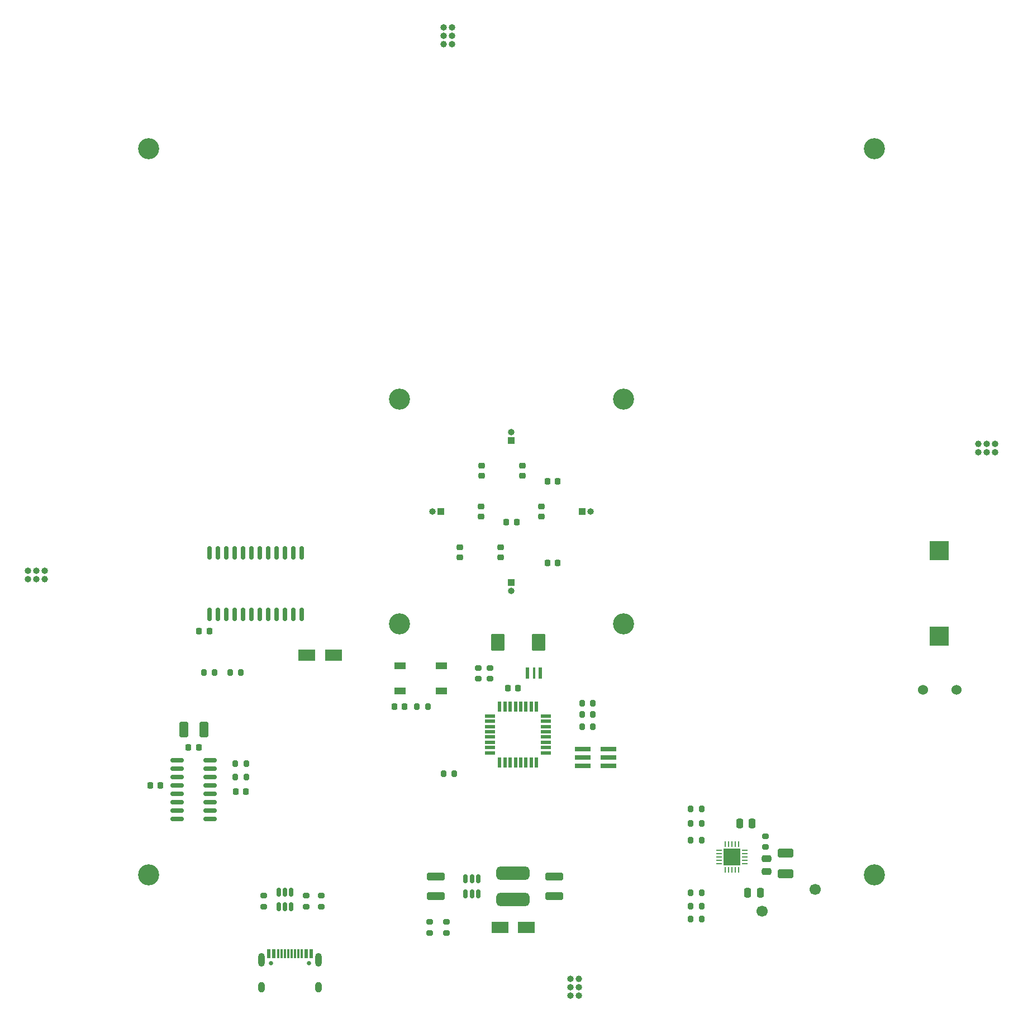
<source format=gbr>
%TF.GenerationSoftware,KiCad,Pcbnew,(6.0.10)*%
%TF.CreationDate,2023-01-10T10:46:11+01:00*%
%TF.ProjectId,BoardGame,426f6172-6447-4616-9d65-2e6b69636164,rev?*%
%TF.SameCoordinates,Original*%
%TF.FileFunction,Soldermask,Bot*%
%TF.FilePolarity,Negative*%
%FSLAX46Y46*%
G04 Gerber Fmt 4.6, Leading zero omitted, Abs format (unit mm)*
G04 Created by KiCad (PCBNEW (6.0.10)) date 2023-01-10 10:46:11*
%MOMM*%
%LPD*%
G01*
G04 APERTURE LIST*
G04 Aperture macros list*
%AMRoundRect*
0 Rectangle with rounded corners*
0 $1 Rounding radius*
0 $2 $3 $4 $5 $6 $7 $8 $9 X,Y pos of 4 corners*
0 Add a 4 corners polygon primitive as box body*
4,1,4,$2,$3,$4,$5,$6,$7,$8,$9,$2,$3,0*
0 Add four circle primitives for the rounded corners*
1,1,$1+$1,$2,$3*
1,1,$1+$1,$4,$5*
1,1,$1+$1,$6,$7*
1,1,$1+$1,$8,$9*
0 Add four rect primitives between the rounded corners*
20,1,$1+$1,$2,$3,$4,$5,0*
20,1,$1+$1,$4,$5,$6,$7,0*
20,1,$1+$1,$6,$7,$8,$9,0*
20,1,$1+$1,$8,$9,$2,$3,0*%
G04 Aperture macros list end*
%ADD10R,2.500000X1.800000*%
%ADD11C,3.200000*%
%ADD12C,1.000000*%
%ADD13O,1.000000X1.000000*%
%ADD14C,1.700000*%
%ADD15R,1.000000X1.000000*%
%ADD16RoundRect,0.225000X-0.250000X0.225000X-0.250000X-0.225000X0.250000X-0.225000X0.250000X0.225000X0*%
%ADD17RoundRect,0.200000X0.200000X0.275000X-0.200000X0.275000X-0.200000X-0.275000X0.200000X-0.275000X0*%
%ADD18RoundRect,0.225000X-0.225000X-0.250000X0.225000X-0.250000X0.225000X0.250000X-0.225000X0.250000X0*%
%ADD19RoundRect,0.200000X0.275000X-0.200000X0.275000X0.200000X-0.275000X0.200000X-0.275000X-0.200000X0*%
%ADD20R,3.000000X3.000000*%
%ADD21R,0.550000X1.600000*%
%ADD22R,1.600000X0.550000*%
%ADD23RoundRect,0.200000X-0.275000X0.200000X-0.275000X-0.200000X0.275000X-0.200000X0.275000X0.200000X0*%
%ADD24RoundRect,0.200000X-0.200000X-0.275000X0.200000X-0.275000X0.200000X0.275000X-0.200000X0.275000X0*%
%ADD25RoundRect,0.250000X1.100000X-0.325000X1.100000X0.325000X-1.100000X0.325000X-1.100000X-0.325000X0*%
%ADD26RoundRect,0.225000X0.225000X0.250000X-0.225000X0.250000X-0.225000X-0.250000X0.225000X-0.250000X0*%
%ADD27RoundRect,0.250000X-0.412500X-0.925000X0.412500X-0.925000X0.412500X0.925000X-0.412500X0.925000X0*%
%ADD28RoundRect,0.500000X-2.000000X0.500000X-2.000000X-0.500000X2.000000X-0.500000X2.000000X0.500000X0*%
%ADD29RoundRect,0.250000X-0.250000X-0.475000X0.250000X-0.475000X0.250000X0.475000X-0.250000X0.475000X0*%
%ADD30C,0.650000*%
%ADD31R,0.600000X1.450000*%
%ADD32R,0.300000X1.450000*%
%ADD33O,1.000000X1.600000*%
%ADD34O,1.000000X2.100000*%
%ADD35RoundRect,0.225000X0.250000X-0.225000X0.250000X0.225000X-0.250000X0.225000X-0.250000X-0.225000X0*%
%ADD36RoundRect,0.150000X0.150000X-0.512500X0.150000X0.512500X-0.150000X0.512500X-0.150000X-0.512500X0*%
%ADD37RoundRect,0.250000X-0.925000X0.412500X-0.925000X-0.412500X0.925000X-0.412500X0.925000X0.412500X0*%
%ADD38RoundRect,0.150000X0.825000X0.150000X-0.825000X0.150000X-0.825000X-0.150000X0.825000X-0.150000X0*%
%ADD39R,1.700000X1.000000*%
%ADD40RoundRect,0.250000X-0.787500X-1.025000X0.787500X-1.025000X0.787500X1.025000X-0.787500X1.025000X0*%
%ADD41C,1.524000*%
%ADD42RoundRect,0.250000X-1.100000X0.325000X-1.100000X-0.325000X1.100000X-0.325000X1.100000X0.325000X0*%
%ADD43RoundRect,0.150000X-0.150000X0.875000X-0.150000X-0.875000X0.150000X-0.875000X0.150000X0.875000X0*%
%ADD44R,0.600000X1.700000*%
%ADD45R,0.400000X1.700000*%
%ADD46RoundRect,0.062500X0.062500X-0.350000X0.062500X0.350000X-0.062500X0.350000X-0.062500X-0.350000X0*%
%ADD47RoundRect,0.062500X0.350000X-0.062500X0.350000X0.062500X-0.350000X0.062500X-0.350000X-0.062500X0*%
%ADD48R,2.500000X2.500000*%
%ADD49RoundRect,0.250000X-0.475000X0.250000X-0.475000X-0.250000X0.475000X-0.250000X0.475000X0.250000X0*%
%ADD50R,2.400000X0.740000*%
G04 APERTURE END LIST*
D10*
%TO.C,D501*%
X117000000Y-108750000D03*
X113000000Y-108750000D03*
%TD*%
D11*
%TO.C,H1007*%
X161000000Y-70000000D03*
%TD*%
D12*
%TO.C,J401*%
X73220000Y-97235000D03*
D13*
X73220000Y-95965000D03*
X71950000Y-97235000D03*
X71950000Y-95965000D03*
X70680000Y-97235000D03*
X70680000Y-95965000D03*
%TD*%
D12*
%TO.C,J403*%
X214780000Y-76765000D03*
D13*
X214780000Y-78035000D03*
X216050000Y-76765000D03*
X216050000Y-78035000D03*
X217320000Y-76765000D03*
X217320000Y-78035000D03*
%TD*%
D11*
%TO.C,H1002*%
X89000000Y-32000000D03*
%TD*%
%TO.C,H1008*%
X127000000Y-70000000D03*
%TD*%
D14*
%TO.C,J302*%
X182000000Y-147500000D03*
%TD*%
D15*
%TO.C,J406*%
X154750000Y-87000000D03*
D13*
X156020000Y-87000000D03*
%TD*%
D14*
%TO.C,J301*%
X190000000Y-144250000D03*
%TD*%
D12*
%TO.C,J404*%
X154235000Y-157730000D03*
D13*
X152965000Y-157730000D03*
X154235000Y-159000000D03*
X152965000Y-159000000D03*
X154235000Y-160270000D03*
X152965000Y-160270000D03*
%TD*%
D11*
%TO.C,H1005*%
X127000000Y-104000000D03*
%TD*%
%TO.C,H1001*%
X199000000Y-142000000D03*
%TD*%
D15*
%TO.C,J408*%
X133250000Y-87000000D03*
D13*
X131980000Y-87000000D03*
%TD*%
D11*
%TO.C,H1004*%
X199000000Y-32000000D03*
%TD*%
%TO.C,H1006*%
X161000000Y-104000000D03*
%TD*%
%TO.C,H1003*%
X89000000Y-142000000D03*
%TD*%
D15*
%TO.C,J405*%
X144000000Y-97750000D03*
D13*
X144000000Y-99020000D03*
%TD*%
D12*
%TO.C,J402*%
X133715000Y-16220000D03*
D13*
X134985000Y-16220000D03*
X133715000Y-14950000D03*
X134985000Y-14950000D03*
X133715000Y-13680000D03*
X134985000Y-13680000D03*
%TD*%
D15*
%TO.C,J407*%
X144000000Y-76250000D03*
D13*
X144000000Y-74980000D03*
%TD*%
D16*
%TO.C,C1006*%
X142360000Y-92425000D03*
X142360000Y-93975000D03*
%TD*%
D17*
%TO.C,R303*%
X172825000Y-146750000D03*
X171175000Y-146750000D03*
%TD*%
D18*
%TO.C,C504*%
X126225000Y-116500000D03*
X127775000Y-116500000D03*
%TD*%
D17*
%TO.C,R201*%
X103825000Y-125200000D03*
X102175000Y-125200000D03*
%TD*%
%TO.C,R401*%
X103020000Y-111397500D03*
X101370000Y-111397500D03*
%TD*%
%TO.C,R1006*%
X135325000Y-126700000D03*
X133675000Y-126700000D03*
%TD*%
D19*
%TO.C,R202*%
X106425378Y-146825000D03*
X106425378Y-145175000D03*
%TD*%
D20*
%TO.C,LS501*%
X208800000Y-105900000D03*
X208800000Y-92900000D03*
%TD*%
D21*
%TO.C,U501*%
X142200000Y-116500000D03*
X143000000Y-116500000D03*
X143800000Y-116500000D03*
X144600000Y-116500000D03*
X145400000Y-116500000D03*
X146200000Y-116500000D03*
X147000000Y-116500000D03*
X147800000Y-116500000D03*
D22*
X149250000Y-117950000D03*
X149250000Y-118750000D03*
X149250000Y-119550000D03*
X149250000Y-120350000D03*
X149250000Y-121150000D03*
X149250000Y-121950000D03*
X149250000Y-122750000D03*
X149250000Y-123550000D03*
D21*
X147800000Y-125000000D03*
X147000000Y-125000000D03*
X146200000Y-125000000D03*
X145400000Y-125000000D03*
X144600000Y-125000000D03*
X143800000Y-125000000D03*
X143000000Y-125000000D03*
X142200000Y-125000000D03*
D22*
X140750000Y-123550000D03*
X140750000Y-122750000D03*
X140750000Y-121950000D03*
X140750000Y-121150000D03*
X140750000Y-120350000D03*
X140750000Y-119550000D03*
X140750000Y-118750000D03*
X140750000Y-117950000D03*
%TD*%
D23*
%TO.C,R602*%
X131600000Y-149175000D03*
X131600000Y-150825000D03*
%TD*%
D24*
%TO.C,R1002*%
X154675000Y-119550000D03*
X156325000Y-119550000D03*
%TD*%
D17*
%TO.C,R204*%
X103825000Y-127200000D03*
X102175000Y-127200000D03*
%TD*%
D25*
%TO.C,C602*%
X150500000Y-145225000D03*
X150500000Y-142275000D03*
%TD*%
D17*
%TO.C,R501*%
X131325000Y-116500000D03*
X129675000Y-116500000D03*
%TD*%
D26*
%TO.C,C501*%
X145000000Y-113750000D03*
X143450000Y-113750000D03*
%TD*%
D24*
%TO.C,R1004*%
X154675000Y-116000000D03*
X156325000Y-116000000D03*
%TD*%
D27*
%TO.C,C203*%
X94310000Y-120000000D03*
X97385000Y-120000000D03*
%TD*%
D16*
%TO.C,C1007*%
X136170000Y-92425000D03*
X136170000Y-93975000D03*
%TD*%
D10*
%TO.C,D601*%
X146250000Y-150000000D03*
X142250000Y-150000000D03*
%TD*%
D26*
%TO.C,C401*%
X98210000Y-105147500D03*
X96660000Y-105147500D03*
%TD*%
D28*
%TO.C,L601*%
X144250000Y-141750000D03*
X144250000Y-145750000D03*
%TD*%
D17*
%TO.C,R301*%
X172825000Y-148750000D03*
X171175000Y-148750000D03*
%TD*%
D19*
%TO.C,R1001*%
X139000000Y-112325000D03*
X139000000Y-110675000D03*
%TD*%
D29*
%TO.C,C303*%
X179800000Y-144750000D03*
X181700000Y-144750000D03*
%TD*%
D18*
%TO.C,C1009*%
X143225000Y-88600000D03*
X144775000Y-88600000D03*
%TD*%
%TO.C,C1005*%
X149425000Y-94800000D03*
X150975000Y-94800000D03*
%TD*%
D30*
%TO.C,J201*%
X107535378Y-155400000D03*
X113315378Y-155400000D03*
D31*
X113675378Y-153955000D03*
X112875378Y-153955000D03*
D32*
X111675378Y-153955000D03*
X110675378Y-153955000D03*
X110175378Y-153955000D03*
X109175378Y-153955000D03*
D31*
X107975378Y-153955000D03*
X107175378Y-153955000D03*
X107175378Y-153955000D03*
X107975378Y-153955000D03*
D32*
X108675378Y-153955000D03*
X109675378Y-153955000D03*
X111175378Y-153955000D03*
X112175378Y-153955000D03*
D31*
X112875378Y-153955000D03*
X113675378Y-153955000D03*
D33*
X114745378Y-159050000D03*
D34*
X114745378Y-154870000D03*
X106105378Y-154870000D03*
D33*
X106105378Y-159050000D03*
%TD*%
D18*
%TO.C,C201*%
X102225000Y-129400000D03*
X103775000Y-129400000D03*
%TD*%
D19*
%TO.C,FB201*%
X115175378Y-146825000D03*
X115175378Y-145175000D03*
%TD*%
D35*
%TO.C,C1008*%
X139400000Y-87775000D03*
X139400000Y-86225000D03*
%TD*%
D17*
%TO.C,R307*%
X172825000Y-144750000D03*
X171175000Y-144750000D03*
%TD*%
D36*
%TO.C,U601*%
X138950000Y-144887500D03*
X138000000Y-144887500D03*
X137050000Y-144887500D03*
X137050000Y-142612500D03*
X138000000Y-142612500D03*
X138950000Y-142612500D03*
%TD*%
D37*
%TO.C,C301*%
X185500000Y-138758000D03*
X185500000Y-141833000D03*
%TD*%
D38*
%TO.C,U202*%
X98300000Y-124660000D03*
X98300000Y-125930000D03*
X98300000Y-127200000D03*
X98300000Y-128470000D03*
X98300000Y-129740000D03*
X98300000Y-131010000D03*
X98300000Y-132280000D03*
X98300000Y-133550000D03*
X93350000Y-133550000D03*
X93350000Y-132280000D03*
X93350000Y-131010000D03*
X93350000Y-129740000D03*
X93350000Y-128470000D03*
X93350000Y-127200000D03*
X93350000Y-125930000D03*
X93350000Y-124660000D03*
%TD*%
D36*
%TO.C,U201*%
X110625378Y-146887500D03*
X109675378Y-146887500D03*
X108725378Y-146887500D03*
X108725378Y-144612500D03*
X109675378Y-144612500D03*
X110625378Y-144612500D03*
%TD*%
D39*
%TO.C,SW501*%
X133400000Y-110350000D03*
X127100000Y-110350000D03*
X133400000Y-114150000D03*
X127100000Y-114150000D03*
%TD*%
D19*
%TO.C,R601*%
X134100000Y-150825000D03*
X134100000Y-149175000D03*
%TD*%
D18*
%TO.C,C204*%
X89225000Y-128470000D03*
X90775000Y-128470000D03*
%TD*%
D40*
%TO.C,C502*%
X141887500Y-106800000D03*
X148112500Y-106800000D03*
%TD*%
D41*
%TO.C,BT301*%
X206399000Y-114000000D03*
X211399000Y-114000000D03*
%TD*%
D19*
%TO.C,R310*%
X182500000Y-137825000D03*
X182500000Y-136175000D03*
%TD*%
D17*
%TO.C,R305*%
X172825000Y-134250000D03*
X171175000Y-134250000D03*
%TD*%
%TO.C,R302*%
X172825000Y-132000000D03*
X171175000Y-132000000D03*
%TD*%
D42*
%TO.C,C601*%
X132500000Y-142275000D03*
X132500000Y-145225000D03*
%TD*%
D17*
%TO.C,R308*%
X172825000Y-136750000D03*
X171175000Y-136750000D03*
%TD*%
D35*
%TO.C,C1001*%
X139450000Y-81575000D03*
X139450000Y-80025000D03*
%TD*%
D18*
%TO.C,C1003*%
X149425000Y-82400000D03*
X150975000Y-82400000D03*
%TD*%
%TO.C,C202*%
X95050000Y-122750000D03*
X96600000Y-122750000D03*
%TD*%
D43*
%TO.C,U401*%
X98210000Y-93247500D03*
X99480000Y-93247500D03*
X100750000Y-93247500D03*
X102020000Y-93247500D03*
X103290000Y-93247500D03*
X104560000Y-93247500D03*
X105830000Y-93247500D03*
X107100000Y-93247500D03*
X108370000Y-93247500D03*
X109640000Y-93247500D03*
X110910000Y-93247500D03*
X112180000Y-93247500D03*
X112180000Y-102547500D03*
X110910000Y-102547500D03*
X109640000Y-102547500D03*
X108370000Y-102547500D03*
X107100000Y-102547500D03*
X105830000Y-102547500D03*
X104560000Y-102547500D03*
X103290000Y-102547500D03*
X102020000Y-102547500D03*
X100750000Y-102547500D03*
X99480000Y-102547500D03*
X98210000Y-102547500D03*
%TD*%
D44*
%TO.C,Y501*%
X148350000Y-111500000D03*
D45*
X147400000Y-111500000D03*
D44*
X146450000Y-111500000D03*
%TD*%
D46*
%TO.C,U301*%
X178415000Y-141260500D03*
X177915000Y-141260500D03*
X177415000Y-141260500D03*
X176915000Y-141260500D03*
X176415000Y-141260500D03*
D47*
X175477500Y-140323000D03*
X175477500Y-139823000D03*
X175477500Y-139323000D03*
X175477500Y-138823000D03*
X175477500Y-138323000D03*
D46*
X176415000Y-137385500D03*
X176915000Y-137385500D03*
X177415000Y-137385500D03*
X177915000Y-137385500D03*
X178415000Y-137385500D03*
D47*
X179352500Y-138323000D03*
X179352500Y-138823000D03*
X179352500Y-139323000D03*
X179352500Y-139823000D03*
X179352500Y-140323000D03*
D48*
X177415000Y-139323000D03*
%TD*%
D49*
%TO.C,C302*%
X182650000Y-139600000D03*
X182650000Y-141500000D03*
%TD*%
D24*
%TO.C,R402*%
X97370000Y-111397500D03*
X99020000Y-111397500D03*
%TD*%
D50*
%TO.C,J501*%
X158700000Y-122980000D03*
X154800000Y-122980000D03*
X158700000Y-124250000D03*
X154800000Y-124250000D03*
X158700000Y-125520000D03*
X154800000Y-125520000D03*
%TD*%
D24*
%TO.C,R1003*%
X154675000Y-117750000D03*
X156325000Y-117750000D03*
%TD*%
D35*
%TO.C,C1002*%
X145640000Y-81575000D03*
X145640000Y-80025000D03*
%TD*%
D16*
%TO.C,C1004*%
X148550000Y-86225000D03*
X148550000Y-87775000D03*
%TD*%
D19*
%TO.C,R1005*%
X140750000Y-112325000D03*
X140750000Y-110675000D03*
%TD*%
D29*
%TO.C,C304*%
X178550000Y-134250000D03*
X180450000Y-134250000D03*
%TD*%
D19*
%TO.C,R203*%
X112925378Y-146825000D03*
X112925378Y-145175000D03*
%TD*%
M02*

</source>
